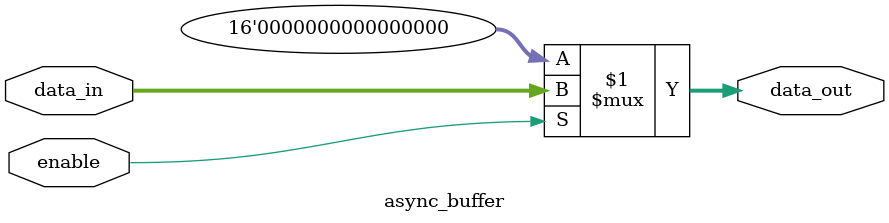
<source format=sv>
module async_buffer (
    input wire [15:0] data_in,
    input wire enable,
    output wire [15:0] data_out
);
    assign data_out = enable ? data_in : 16'b0;
endmodule
</source>
